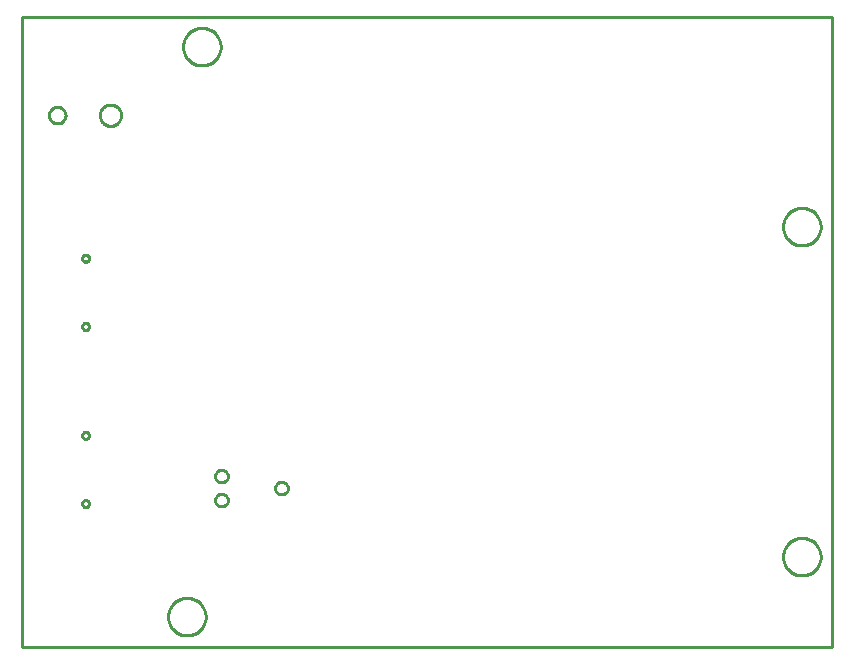
<source format=gbr>
G04 EAGLE Gerber RS-274X export*
G75*
%MOMM*%
%FSLAX34Y34*%
%LPD*%
%IN*%
%IPPOS*%
%AMOC8*
5,1,8,0,0,1.08239X$1,22.5*%
G01*
%ADD10C,0.254000*%


D10*
X0Y0D02*
X685800Y0D01*
X685800Y533400D01*
X0Y533400D01*
X0Y0D01*
X168275Y507480D02*
X168207Y506443D01*
X168071Y505413D01*
X167869Y504393D01*
X167600Y503389D01*
X167265Y502405D01*
X166868Y501445D01*
X166408Y500513D01*
X165888Y499612D01*
X165311Y498748D01*
X164678Y497924D01*
X163993Y497142D01*
X163258Y496407D01*
X162476Y495722D01*
X161652Y495089D01*
X160788Y494512D01*
X159887Y493992D01*
X158955Y493532D01*
X157995Y493135D01*
X157011Y492800D01*
X156007Y492531D01*
X154987Y492329D01*
X153957Y492193D01*
X152920Y492125D01*
X151880Y492125D01*
X150843Y492193D01*
X149813Y492329D01*
X148793Y492531D01*
X147789Y492800D01*
X146805Y493135D01*
X145845Y493532D01*
X144913Y493992D01*
X144012Y494512D01*
X143148Y495089D01*
X142324Y495722D01*
X141542Y496407D01*
X140807Y497142D01*
X140122Y497924D01*
X139489Y498748D01*
X138912Y499612D01*
X138392Y500513D01*
X137932Y501445D01*
X137535Y502405D01*
X137200Y503389D01*
X136931Y504393D01*
X136729Y505413D01*
X136593Y506443D01*
X136525Y507480D01*
X136525Y508520D01*
X136593Y509557D01*
X136729Y510587D01*
X136931Y511607D01*
X137200Y512611D01*
X137535Y513595D01*
X137932Y514555D01*
X138392Y515487D01*
X138912Y516388D01*
X139489Y517252D01*
X140122Y518076D01*
X140807Y518858D01*
X141542Y519593D01*
X142324Y520278D01*
X143148Y520911D01*
X144012Y521488D01*
X144913Y522008D01*
X145845Y522468D01*
X146805Y522865D01*
X147789Y523200D01*
X148793Y523469D01*
X149813Y523671D01*
X150843Y523807D01*
X151880Y523875D01*
X152920Y523875D01*
X153957Y523807D01*
X154987Y523671D01*
X156007Y523469D01*
X157011Y523200D01*
X157995Y522865D01*
X158955Y522468D01*
X159887Y522008D01*
X160788Y521488D01*
X161652Y520911D01*
X162476Y520278D01*
X163258Y519593D01*
X163993Y518858D01*
X164678Y518076D01*
X165311Y517252D01*
X165888Y516388D01*
X166408Y515487D01*
X166868Y514555D01*
X167265Y513595D01*
X167600Y512611D01*
X167869Y511607D01*
X168071Y510587D01*
X168207Y509557D01*
X168275Y508520D01*
X168275Y507480D01*
X155575Y24880D02*
X155507Y23843D01*
X155371Y22813D01*
X155169Y21793D01*
X154900Y20789D01*
X154565Y19805D01*
X154168Y18845D01*
X153708Y17913D01*
X153188Y17012D01*
X152611Y16148D01*
X151978Y15324D01*
X151293Y14542D01*
X150558Y13807D01*
X149776Y13122D01*
X148952Y12489D01*
X148088Y11912D01*
X147187Y11392D01*
X146255Y10932D01*
X145295Y10535D01*
X144311Y10200D01*
X143307Y9931D01*
X142287Y9729D01*
X141257Y9593D01*
X140220Y9525D01*
X139180Y9525D01*
X138143Y9593D01*
X137113Y9729D01*
X136093Y9931D01*
X135089Y10200D01*
X134105Y10535D01*
X133145Y10932D01*
X132213Y11392D01*
X131312Y11912D01*
X130448Y12489D01*
X129624Y13122D01*
X128842Y13807D01*
X128107Y14542D01*
X127422Y15324D01*
X126789Y16148D01*
X126212Y17012D01*
X125692Y17913D01*
X125232Y18845D01*
X124835Y19805D01*
X124500Y20789D01*
X124231Y21793D01*
X124029Y22813D01*
X123893Y23843D01*
X123825Y24880D01*
X123825Y25920D01*
X123893Y26957D01*
X124029Y27987D01*
X124231Y29007D01*
X124500Y30011D01*
X124835Y30995D01*
X125232Y31955D01*
X125692Y32887D01*
X126212Y33788D01*
X126789Y34652D01*
X127422Y35476D01*
X128107Y36258D01*
X128842Y36993D01*
X129624Y37678D01*
X130448Y38311D01*
X131312Y38888D01*
X132213Y39408D01*
X133145Y39868D01*
X134105Y40265D01*
X135089Y40600D01*
X136093Y40869D01*
X137113Y41071D01*
X138143Y41207D01*
X139180Y41275D01*
X140220Y41275D01*
X141257Y41207D01*
X142287Y41071D01*
X143307Y40869D01*
X144311Y40600D01*
X145295Y40265D01*
X146255Y39868D01*
X147187Y39408D01*
X148088Y38888D01*
X148952Y38311D01*
X149776Y37678D01*
X150558Y36993D01*
X151293Y36258D01*
X151978Y35476D01*
X152611Y34652D01*
X153188Y33788D01*
X153708Y32887D01*
X154168Y31955D01*
X154565Y30995D01*
X154900Y30011D01*
X155169Y29007D01*
X155371Y27987D01*
X155507Y26957D01*
X155575Y25920D01*
X155575Y24880D01*
X676275Y75680D02*
X676207Y74643D01*
X676071Y73613D01*
X675869Y72593D01*
X675600Y71589D01*
X675265Y70605D01*
X674868Y69645D01*
X674408Y68713D01*
X673888Y67812D01*
X673311Y66948D01*
X672678Y66124D01*
X671993Y65342D01*
X671258Y64607D01*
X670476Y63922D01*
X669652Y63289D01*
X668788Y62712D01*
X667887Y62192D01*
X666955Y61732D01*
X665995Y61335D01*
X665011Y61000D01*
X664007Y60731D01*
X662987Y60529D01*
X661957Y60393D01*
X660920Y60325D01*
X659880Y60325D01*
X658843Y60393D01*
X657813Y60529D01*
X656793Y60731D01*
X655789Y61000D01*
X654805Y61335D01*
X653845Y61732D01*
X652913Y62192D01*
X652012Y62712D01*
X651148Y63289D01*
X650324Y63922D01*
X649542Y64607D01*
X648807Y65342D01*
X648122Y66124D01*
X647489Y66948D01*
X646912Y67812D01*
X646392Y68713D01*
X645932Y69645D01*
X645535Y70605D01*
X645200Y71589D01*
X644931Y72593D01*
X644729Y73613D01*
X644593Y74643D01*
X644525Y75680D01*
X644525Y76720D01*
X644593Y77757D01*
X644729Y78787D01*
X644931Y79807D01*
X645200Y80811D01*
X645535Y81795D01*
X645932Y82755D01*
X646392Y83687D01*
X646912Y84588D01*
X647489Y85452D01*
X648122Y86276D01*
X648807Y87058D01*
X649542Y87793D01*
X650324Y88478D01*
X651148Y89111D01*
X652012Y89688D01*
X652913Y90208D01*
X653845Y90668D01*
X654805Y91065D01*
X655789Y91400D01*
X656793Y91669D01*
X657813Y91871D01*
X658843Y92007D01*
X659880Y92075D01*
X660920Y92075D01*
X661957Y92007D01*
X662987Y91871D01*
X664007Y91669D01*
X665011Y91400D01*
X665995Y91065D01*
X666955Y90668D01*
X667887Y90208D01*
X668788Y89688D01*
X669652Y89111D01*
X670476Y88478D01*
X671258Y87793D01*
X671993Y87058D01*
X672678Y86276D01*
X673311Y85452D01*
X673888Y84588D01*
X674408Y83687D01*
X674868Y82755D01*
X675265Y81795D01*
X675600Y80811D01*
X675869Y79807D01*
X676071Y78787D01*
X676207Y77757D01*
X676275Y76720D01*
X676275Y75680D01*
X676275Y355080D02*
X676207Y354043D01*
X676071Y353013D01*
X675869Y351993D01*
X675600Y350989D01*
X675265Y350005D01*
X674868Y349045D01*
X674408Y348113D01*
X673888Y347212D01*
X673311Y346348D01*
X672678Y345524D01*
X671993Y344742D01*
X671258Y344007D01*
X670476Y343322D01*
X669652Y342689D01*
X668788Y342112D01*
X667887Y341592D01*
X666955Y341132D01*
X665995Y340735D01*
X665011Y340400D01*
X664007Y340131D01*
X662987Y339929D01*
X661957Y339793D01*
X660920Y339725D01*
X659880Y339725D01*
X658843Y339793D01*
X657813Y339929D01*
X656793Y340131D01*
X655789Y340400D01*
X654805Y340735D01*
X653845Y341132D01*
X652913Y341592D01*
X652012Y342112D01*
X651148Y342689D01*
X650324Y343322D01*
X649542Y344007D01*
X648807Y344742D01*
X648122Y345524D01*
X647489Y346348D01*
X646912Y347212D01*
X646392Y348113D01*
X645932Y349045D01*
X645535Y350005D01*
X645200Y350989D01*
X644931Y351993D01*
X644729Y353013D01*
X644593Y354043D01*
X644525Y355080D01*
X644525Y356120D01*
X644593Y357157D01*
X644729Y358187D01*
X644931Y359207D01*
X645200Y360211D01*
X645535Y361195D01*
X645932Y362155D01*
X646392Y363087D01*
X646912Y363988D01*
X647489Y364852D01*
X648122Y365676D01*
X648807Y366458D01*
X649542Y367193D01*
X650324Y367878D01*
X651148Y368511D01*
X652012Y369088D01*
X652913Y369608D01*
X653845Y370068D01*
X654805Y370465D01*
X655789Y370800D01*
X656793Y371069D01*
X657813Y371271D01*
X658843Y371407D01*
X659880Y371475D01*
X660920Y371475D01*
X661957Y371407D01*
X662987Y371271D01*
X664007Y371069D01*
X665011Y370800D01*
X665995Y370465D01*
X666955Y370068D01*
X667887Y369608D01*
X668788Y369088D01*
X669652Y368511D01*
X670476Y367878D01*
X671258Y367193D01*
X671993Y366458D01*
X672678Y365676D01*
X673311Y364852D01*
X673888Y363988D01*
X674408Y363087D01*
X674868Y362155D01*
X675265Y361195D01*
X675600Y360211D01*
X675869Y359207D01*
X676071Y358187D01*
X676207Y357157D01*
X676275Y356120D01*
X676275Y355080D01*
X214466Y134500D02*
X214533Y135095D01*
X214666Y135679D01*
X214864Y136244D01*
X215124Y136784D01*
X215443Y137292D01*
X215816Y137760D01*
X216240Y138184D01*
X216709Y138557D01*
X217216Y138876D01*
X217756Y139136D01*
X218321Y139334D01*
X218905Y139467D01*
X219500Y139534D01*
X220100Y139534D01*
X220695Y139467D01*
X221279Y139334D01*
X221844Y139136D01*
X222384Y138876D01*
X222892Y138557D01*
X223360Y138184D01*
X223784Y137760D01*
X224157Y137292D01*
X224476Y136784D01*
X224736Y136244D01*
X224934Y135679D01*
X225067Y135095D01*
X225134Y134500D01*
X225134Y133900D01*
X225067Y133305D01*
X224934Y132721D01*
X224736Y132156D01*
X224476Y131616D01*
X224157Y131109D01*
X223784Y130640D01*
X223360Y130216D01*
X222892Y129843D01*
X222384Y129524D01*
X221844Y129264D01*
X221279Y129066D01*
X220695Y128933D01*
X220100Y128866D01*
X219500Y128866D01*
X218905Y128933D01*
X218321Y129066D01*
X217756Y129264D01*
X217216Y129524D01*
X216709Y129843D01*
X216240Y130216D01*
X215816Y130640D01*
X215443Y131109D01*
X215124Y131616D01*
X214864Y132156D01*
X214666Y132721D01*
X214533Y133305D01*
X214466Y133900D01*
X214466Y134500D01*
X163666Y124340D02*
X163733Y124935D01*
X163866Y125519D01*
X164064Y126084D01*
X164324Y126624D01*
X164643Y127132D01*
X165016Y127600D01*
X165440Y128024D01*
X165909Y128397D01*
X166416Y128716D01*
X166956Y128976D01*
X167521Y129174D01*
X168105Y129307D01*
X168700Y129374D01*
X169300Y129374D01*
X169895Y129307D01*
X170479Y129174D01*
X171044Y128976D01*
X171584Y128716D01*
X172092Y128397D01*
X172560Y128024D01*
X172984Y127600D01*
X173357Y127132D01*
X173676Y126624D01*
X173936Y126084D01*
X174134Y125519D01*
X174267Y124935D01*
X174334Y124340D01*
X174334Y123740D01*
X174267Y123145D01*
X174134Y122561D01*
X173936Y121996D01*
X173676Y121456D01*
X173357Y120949D01*
X172984Y120480D01*
X172560Y120056D01*
X172092Y119683D01*
X171584Y119364D01*
X171044Y119104D01*
X170479Y118906D01*
X169895Y118773D01*
X169300Y118706D01*
X168700Y118706D01*
X168105Y118773D01*
X167521Y118906D01*
X166956Y119104D01*
X166416Y119364D01*
X165909Y119683D01*
X165440Y120056D01*
X165016Y120480D01*
X164643Y120949D01*
X164324Y121456D01*
X164064Y121996D01*
X163866Y122561D01*
X163733Y123145D01*
X163666Y123740D01*
X163666Y124340D01*
X163666Y144660D02*
X163733Y145255D01*
X163866Y145839D01*
X164064Y146404D01*
X164324Y146944D01*
X164643Y147452D01*
X165016Y147920D01*
X165440Y148344D01*
X165909Y148717D01*
X166416Y149036D01*
X166956Y149296D01*
X167521Y149494D01*
X168105Y149627D01*
X168700Y149694D01*
X169300Y149694D01*
X169895Y149627D01*
X170479Y149494D01*
X171044Y149296D01*
X171584Y149036D01*
X172092Y148717D01*
X172560Y148344D01*
X172984Y147920D01*
X173357Y147452D01*
X173676Y146944D01*
X173936Y146404D01*
X174134Y145839D01*
X174267Y145255D01*
X174334Y144660D01*
X174334Y144060D01*
X174267Y143465D01*
X174134Y142881D01*
X173936Y142316D01*
X173676Y141776D01*
X173357Y141269D01*
X172984Y140800D01*
X172560Y140376D01*
X172092Y140003D01*
X171584Y139684D01*
X171044Y139424D01*
X170479Y139226D01*
X169895Y139093D01*
X169300Y139026D01*
X168700Y139026D01*
X168105Y139093D01*
X167521Y139226D01*
X166956Y139424D01*
X166416Y139684D01*
X165909Y140003D01*
X165440Y140376D01*
X165016Y140800D01*
X164643Y141269D01*
X164324Y141776D01*
X164064Y142316D01*
X163866Y142881D01*
X163733Y143465D01*
X163666Y144060D01*
X163666Y144660D01*
X37000Y449656D02*
X36933Y448972D01*
X36798Y448297D01*
X36599Y447639D01*
X36336Y447004D01*
X36011Y446397D01*
X35629Y445825D01*
X35193Y445293D01*
X34707Y444807D01*
X34175Y444371D01*
X33603Y443989D01*
X32997Y443664D01*
X32361Y443401D01*
X31703Y443202D01*
X31028Y443067D01*
X30344Y443000D01*
X29656Y443000D01*
X28972Y443067D01*
X28297Y443202D01*
X27639Y443401D01*
X27004Y443664D01*
X26397Y443989D01*
X25825Y444371D01*
X25293Y444807D01*
X24807Y445293D01*
X24371Y445825D01*
X23989Y446397D01*
X23664Y447004D01*
X23401Y447639D01*
X23202Y448297D01*
X23067Y448972D01*
X23000Y449656D01*
X23000Y450344D01*
X23067Y451028D01*
X23202Y451703D01*
X23401Y452361D01*
X23664Y452997D01*
X23989Y453603D01*
X24371Y454175D01*
X24807Y454707D01*
X25293Y455193D01*
X25825Y455629D01*
X26397Y456011D01*
X27004Y456336D01*
X27639Y456599D01*
X28297Y456798D01*
X28972Y456933D01*
X29656Y457000D01*
X30344Y457000D01*
X31028Y456933D01*
X31703Y456798D01*
X32361Y456599D01*
X32997Y456336D01*
X33603Y456011D01*
X34175Y455629D01*
X34707Y455193D01*
X35193Y454707D01*
X35629Y454175D01*
X36011Y453603D01*
X36336Y452997D01*
X36599Y452361D01*
X36798Y451703D01*
X36933Y451028D01*
X37000Y450344D01*
X37000Y449656D01*
X84000Y449607D02*
X83932Y448824D01*
X83795Y448050D01*
X83592Y447291D01*
X83323Y446553D01*
X82991Y445840D01*
X82598Y445160D01*
X82147Y444516D01*
X81642Y443914D01*
X81086Y443358D01*
X80484Y442853D01*
X79840Y442402D01*
X79160Y442009D01*
X78447Y441677D01*
X77709Y441408D01*
X76950Y441205D01*
X76176Y441069D01*
X75393Y441000D01*
X74607Y441000D01*
X73824Y441069D01*
X73050Y441205D01*
X72291Y441408D01*
X71553Y441677D01*
X70840Y442009D01*
X70160Y442402D01*
X69516Y442853D01*
X68914Y443358D01*
X68358Y443914D01*
X67853Y444516D01*
X67402Y445160D01*
X67009Y445840D01*
X66677Y446553D01*
X66408Y447291D01*
X66205Y448050D01*
X66069Y448824D01*
X66000Y449607D01*
X66000Y450393D01*
X66069Y451176D01*
X66205Y451950D01*
X66408Y452709D01*
X66677Y453447D01*
X67009Y454160D01*
X67402Y454840D01*
X67853Y455484D01*
X68358Y456086D01*
X68914Y456642D01*
X69516Y457147D01*
X70160Y457598D01*
X70840Y457991D01*
X71553Y458323D01*
X72291Y458592D01*
X73050Y458795D01*
X73824Y458932D01*
X74607Y459000D01*
X75393Y459000D01*
X76176Y458932D01*
X76950Y458795D01*
X77709Y458592D01*
X78447Y458323D01*
X79160Y457991D01*
X79840Y457598D01*
X80484Y457147D01*
X81086Y456642D01*
X81642Y456086D01*
X82147Y455484D01*
X82598Y454840D01*
X82991Y454160D01*
X83323Y453447D01*
X83592Y452709D01*
X83795Y451950D01*
X83932Y451176D01*
X84000Y450393D01*
X84000Y449607D01*
X53764Y175900D02*
X53298Y175974D01*
X52848Y176120D01*
X52428Y176334D01*
X52046Y176612D01*
X51712Y176946D01*
X51434Y177328D01*
X51220Y177748D01*
X51074Y178198D01*
X51000Y178664D01*
X51000Y179136D01*
X51074Y179603D01*
X51220Y180052D01*
X51434Y180472D01*
X51712Y180854D01*
X52046Y181188D01*
X52428Y181466D01*
X52848Y181680D01*
X53298Y181826D01*
X53764Y181900D01*
X54236Y181900D01*
X54703Y181826D01*
X55152Y181680D01*
X55572Y181466D01*
X55954Y181188D01*
X56288Y180854D01*
X56566Y180472D01*
X56780Y180052D01*
X56926Y179603D01*
X57000Y179136D01*
X57000Y178664D01*
X56926Y178198D01*
X56780Y177748D01*
X56566Y177328D01*
X56288Y176946D01*
X55954Y176612D01*
X55572Y176334D01*
X55152Y176120D01*
X54703Y175974D01*
X54236Y175900D01*
X53764Y175900D01*
X53764Y118100D02*
X53298Y118174D01*
X52848Y118320D01*
X52428Y118534D01*
X52046Y118812D01*
X51712Y119146D01*
X51434Y119528D01*
X51220Y119948D01*
X51074Y120398D01*
X51000Y120864D01*
X51000Y121336D01*
X51074Y121803D01*
X51220Y122252D01*
X51434Y122672D01*
X51712Y123054D01*
X52046Y123388D01*
X52428Y123666D01*
X52848Y123880D01*
X53298Y124026D01*
X53764Y124100D01*
X54236Y124100D01*
X54703Y124026D01*
X55152Y123880D01*
X55572Y123666D01*
X55954Y123388D01*
X56288Y123054D01*
X56566Y122672D01*
X56780Y122252D01*
X56926Y121803D01*
X57000Y121336D01*
X57000Y120864D01*
X56926Y120398D01*
X56780Y119948D01*
X56566Y119528D01*
X56288Y119146D01*
X55954Y118812D01*
X55572Y118534D01*
X55152Y118320D01*
X54703Y118174D01*
X54236Y118100D01*
X53764Y118100D01*
X53764Y325900D02*
X53298Y325974D01*
X52848Y326120D01*
X52428Y326334D01*
X52046Y326612D01*
X51712Y326946D01*
X51434Y327328D01*
X51220Y327748D01*
X51074Y328198D01*
X51000Y328664D01*
X51000Y329136D01*
X51074Y329603D01*
X51220Y330052D01*
X51434Y330472D01*
X51712Y330854D01*
X52046Y331188D01*
X52428Y331466D01*
X52848Y331680D01*
X53298Y331826D01*
X53764Y331900D01*
X54236Y331900D01*
X54703Y331826D01*
X55152Y331680D01*
X55572Y331466D01*
X55954Y331188D01*
X56288Y330854D01*
X56566Y330472D01*
X56780Y330052D01*
X56926Y329603D01*
X57000Y329136D01*
X57000Y328664D01*
X56926Y328198D01*
X56780Y327748D01*
X56566Y327328D01*
X56288Y326946D01*
X55954Y326612D01*
X55572Y326334D01*
X55152Y326120D01*
X54703Y325974D01*
X54236Y325900D01*
X53764Y325900D01*
X53764Y268100D02*
X53298Y268174D01*
X52848Y268320D01*
X52428Y268534D01*
X52046Y268812D01*
X51712Y269146D01*
X51434Y269528D01*
X51220Y269948D01*
X51074Y270398D01*
X51000Y270864D01*
X51000Y271336D01*
X51074Y271803D01*
X51220Y272252D01*
X51434Y272672D01*
X51712Y273054D01*
X52046Y273388D01*
X52428Y273666D01*
X52848Y273880D01*
X53298Y274026D01*
X53764Y274100D01*
X54236Y274100D01*
X54703Y274026D01*
X55152Y273880D01*
X55572Y273666D01*
X55954Y273388D01*
X56288Y273054D01*
X56566Y272672D01*
X56780Y272252D01*
X56926Y271803D01*
X57000Y271336D01*
X57000Y270864D01*
X56926Y270398D01*
X56780Y269948D01*
X56566Y269528D01*
X56288Y269146D01*
X55954Y268812D01*
X55572Y268534D01*
X55152Y268320D01*
X54703Y268174D01*
X54236Y268100D01*
X53764Y268100D01*
M02*

</source>
